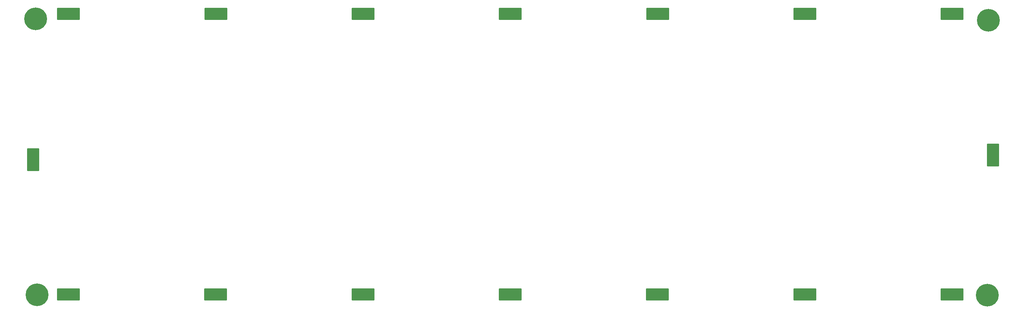
<source format=gbs>
%TF.GenerationSoftware,KiCad,Pcbnew,7.0.8*%
%TF.CreationDate,2023-11-11T14:32:38+05:30*%
%TF.ProjectId,DevBoard,44657642-6f61-4726-942e-6b696361645f,rev?*%
%TF.SameCoordinates,Original*%
%TF.FileFunction,Soldermask,Bot*%
%TF.FilePolarity,Negative*%
%FSLAX46Y46*%
G04 Gerber Fmt 4.6, Leading zero omitted, Abs format (unit mm)*
G04 Created by KiCad (PCBNEW 7.0.8) date 2023-11-11 14:32:38*
%MOMM*%
%LPD*%
G01*
G04 APERTURE LIST*
G04 Aperture macros list*
%AMRoundRect*
0 Rectangle with rounded corners*
0 $1 Rounding radius*
0 $2 $3 $4 $5 $6 $7 $8 $9 X,Y pos of 4 corners*
0 Add a 4 corners polygon primitive as box body*
4,1,4,$2,$3,$4,$5,$6,$7,$8,$9,$2,$3,0*
0 Add four circle primitives for the rounded corners*
1,1,$1+$1,$2,$3*
1,1,$1+$1,$4,$5*
1,1,$1+$1,$6,$7*
1,1,$1+$1,$8,$9*
0 Add four rect primitives between the rounded corners*
20,1,$1+$1,$2,$3,$4,$5,0*
20,1,$1+$1,$4,$5,$6,$7,0*
20,1,$1+$1,$6,$7,$8,$9,0*
20,1,$1+$1,$8,$9,$2,$3,0*%
G04 Aperture macros list end*
%ADD10C,0.800000*%
%ADD11C,5.400000*%
%ADD12RoundRect,0.200000X-2.500000X-1.250000X2.500000X-1.250000X2.500000X1.250000X-2.500000X1.250000X0*%
%ADD13RoundRect,0.200000X1.250000X-2.500000X1.250000X2.500000X-1.250000X2.500000X-1.250000X-2.500000X0*%
G04 APERTURE END LIST*
D10*
%TO.C,H4*%
X323284200Y-178206400D03*
X321259200Y-180231400D03*
X322691091Y-179638291D03*
D11*
X321259200Y-178206400D03*
D10*
X321259200Y-176181400D03*
X319827309Y-179638291D03*
X322691091Y-176774509D03*
X319234200Y-178206400D03*
X319827309Y-176774509D03*
%TD*%
%TO.C,H3*%
X97478200Y-178114291D03*
X95453200Y-180139291D03*
X96885091Y-179546182D03*
D11*
X95453200Y-178114291D03*
D10*
X95453200Y-176089291D03*
X94021309Y-179546182D03*
X96885091Y-176682400D03*
X93428200Y-178114291D03*
X94021309Y-176682400D03*
%TD*%
%TO.C,H2*%
X320081309Y-111344109D03*
X319488200Y-112776000D03*
X322945091Y-111344109D03*
X320081309Y-114207891D03*
X321513200Y-110751000D03*
D11*
X321513200Y-112776000D03*
D10*
X322945091Y-114207891D03*
X321513200Y-114801000D03*
X323538200Y-112776000D03*
%TD*%
%TO.C,H1*%
X97173400Y-112420400D03*
X95148400Y-114445400D03*
X96580291Y-113852291D03*
D11*
X95148400Y-112420400D03*
D10*
X95148400Y-110395400D03*
X93716509Y-113852291D03*
X96580291Y-110988509D03*
X93123400Y-112420400D03*
X93716509Y-110988509D03*
%TD*%
D12*
%TO.C,P2*%
X137920800Y-111201200D03*
%TD*%
%TO.C,PG4*%
X207895400Y-178054000D03*
%TD*%
%TO.C,P7*%
X312920800Y-111201200D03*
%TD*%
%TO.C,PG3*%
X172895400Y-178054000D03*
%TD*%
%TO.C,P1*%
X102920800Y-111201200D03*
%TD*%
%TO.C,P4*%
X207920800Y-111201200D03*
%TD*%
D13*
%TO.C,PD1*%
X94513400Y-145923000D03*
%TD*%
D12*
%TO.C,PG5*%
X242895400Y-178054000D03*
%TD*%
%TO.C,P3*%
X172920800Y-111201200D03*
%TD*%
%TO.C,PG7*%
X312895400Y-178054000D03*
%TD*%
%TO.C,P6*%
X277920800Y-111201200D03*
%TD*%
%TO.C,P5*%
X242920800Y-111201200D03*
%TD*%
%TO.C,PG2*%
X137895400Y-178054000D03*
%TD*%
%TO.C,PG6*%
X277895400Y-178054000D03*
%TD*%
D13*
%TO.C,PD2*%
X322580000Y-144805400D03*
%TD*%
D12*
%TO.C,PG1*%
X102895400Y-178054000D03*
%TD*%
M02*

</source>
